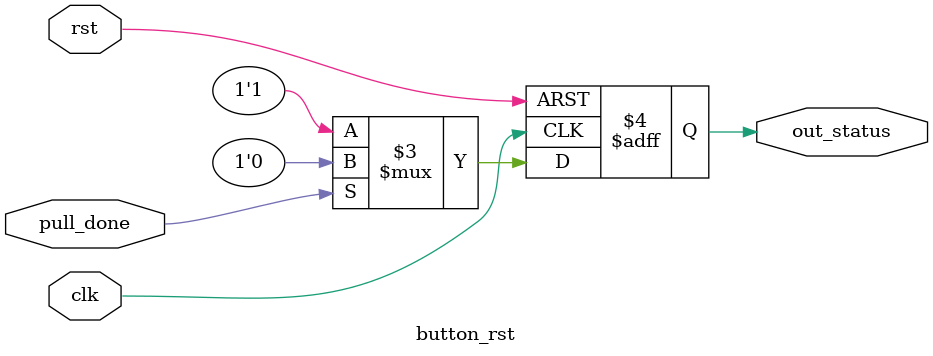
<source format=v>
`timescale 1ns / 1ps
module button_rst(
 rst,clk,pull_done,out_status
);

input rst;
input clk;
input pull_done;

output out_status;
reg out_status;

always@(posedge clk or negedge rst)begin
	if(!rst)
		out_status <= 1'b1;
	else begin
		out_status <= pull_done ? 1'b0 : 1'b1;
	end
end


endmodule 
</source>
